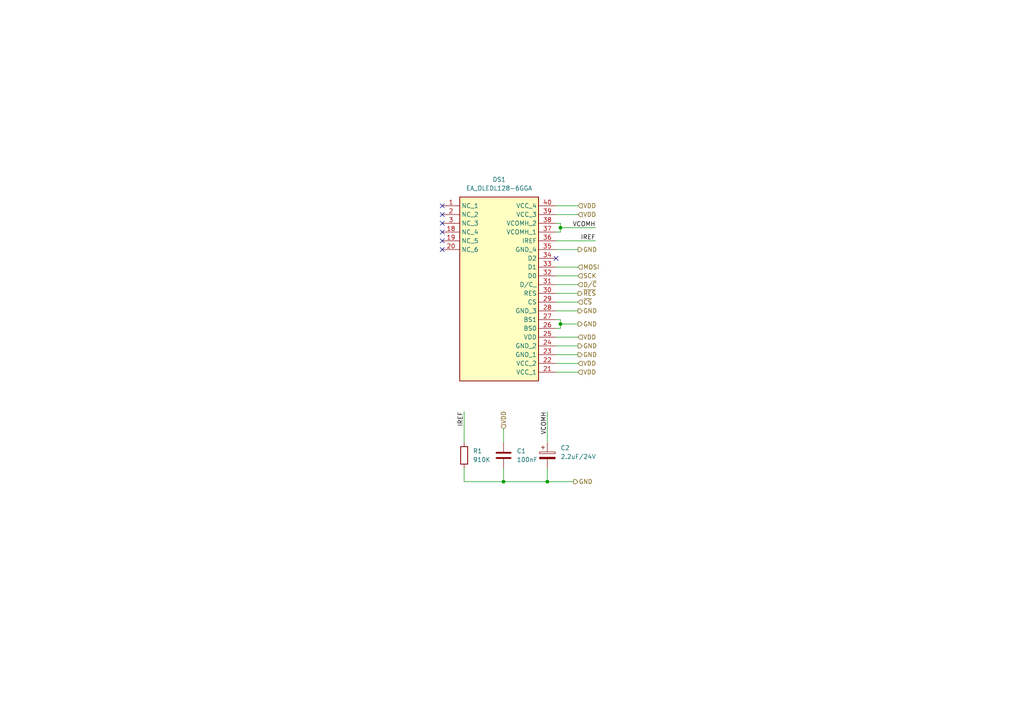
<source format=kicad_sch>
(kicad_sch (version 20250114) (generator "eeschema") (generator_version "9.0")
  (paper "A4")
  (lib_symbols
    (symbol "Device:C" (pin_numbers (hide yes)) (pin_names (offset 0.254))
      (property "Reference" "C" (at 0.635 2.54 0))
      (property "Value" "C" (at 0.635 -2.54 0))
      (symbol "C_0_1"
        (polyline (pts (xy -2.032 0.762) (xy 2.032 0.762)) (stroke (width 0.508)))
        (polyline (pts (xy -2.032 -0.762) (xy 2.032 -0.762)) (stroke (width 0.508)))
      )
      (symbol "C_1_1"
        (pin passive line (at 0 3.81 270) (length 2.794) (name "~") (number "1"))
        (pin passive line (at 0 -3.81 90) (length 2.794) (name "~") (number "2"))
      )
    )
    (symbol "Device:C_Polarized" (pin_numbers (hide yes)) (pin_names (offset 0.254))
      (property "Reference" "C" (at 0.635 2.54 0))
      (property "Value" "C_Polarized" (at 0.635 -2.54 0))
      (symbol "C_Polarized_0_1"
        (rectangle (start -2.286 0.508) (end 2.286 1.016))
        (polyline (pts (xy -1.778 2.286) (xy -0.762 2.286)))
        (polyline (pts (xy -1.27 2.794) (xy -1.27 1.778)))
        (rectangle (start 2.286 -0.508) (end -2.286 -1.016) (fill (type outline)))
      )
      (symbol "C_Polarized_1_1"
        (pin passive line (at 0 3.81 270) (length 2.794) (name "~") (number "1"))
        (pin passive line (at 0 -3.81 90) (length 2.794) (name "~") (number "2"))
      )
    )
    (symbol "Device:R" (pin_numbers (hide yes)) (pin_names (offset 0))
      (property "Reference" "R" (at 2.032 0 90))
      (property "Value" "R" (at 0 0 90))
      (symbol "R_0_1"
        (rectangle (start -1.016 -2.54) (end 1.016 2.54) (stroke (width 0.254)))
      )
      (symbol "R_1_1"
        (pin passive line (at 0 3.81 270) (length 1.27) (name "~") (number "1"))
        (pin passive line (at 0 -3.81 90) (length 1.27) (name "~") (number "2"))
      )
    )
    (symbol "Robotik:EA_OLEDL128-6GGA"
      (property "Reference" "DS" (at 29.21 7.62 0))
      (property "Value" "EA_OLEDL128-6GGA" (at 29.21 5.08 0))
      (symbol "EA_OLEDL128-6GGA_1_1"
        (rectangle (start 5.08 2.54) (end 27.94 -50.8) (stroke (width 0.254)) (fill (type background)))
        (pin passive line (at 0 0 0) (length 5.08) (name "NC_1") (number "1"))
        (pin passive line (at 0 -2.54 0) (length 5.08) (name "NC_2") (number "2"))
        (pin passive line (at 0 -5.08 0) (length 5.08) (name "NC_3") (number "3"))
        (pin passive line (at 0 -7.62 0) (length 5.08) (name "NC_4") (number "18"))
        (pin passive line (at 0 -10.16 0) (length 5.08) (name "NC_5") (number "19"))
        (pin passive line (at 0 -12.7 0) (length 5.08) (name "NC_6") (number "20"))
        (pin passive line (at 33.02 0 180) (length 5.08) (name "VCC_4") (number "40"))
        (pin passive line (at 33.02 -2.54 180) (length 5.08) (name "VCC_3") (number "39"))
        (pin passive line (at 33.02 -5.08 180) (length 5.08) (name "VCOMH_2") (number "38"))
        (pin passive line (at 33.02 -7.62 180) (length 5.08) (name "VCOMH_1") (number "37"))
        (pin passive line (at 33.02 -10.16 180) (length 5.08) (name "IREF") (number "36"))
        (pin passive line (at 33.02 -12.7 180) (length 5.08) (name "GND_4") (number "35"))
        (pin passive line (at 33.02 -15.24 180) (length 5.08) (name "D2") (number "34"))
        (pin passive line (at 33.02 -17.78 180) (length 5.08) (name "D1") (number "33"))
        (pin passive line (at 33.02 -20.32 180) (length 5.08) (name "D0") (number "32"))
        (pin passive line (at 33.02 -22.86 180) (length 5.08) (name "D/C_") (number "31"))
        (pin passive line (at 33.02 -25.4 180) (length 5.08) (name "RES") (number "30"))
        (pin passive line (at 33.02 -27.94 180) (length 5.08) (name "CS") (number "29"))
        (pin passive line (at 33.02 -30.48 180) (length 5.08) (name "GND_3") (number "28"))
        (pin passive line (at 33.02 -33.02 180) (length 5.08) (name "BS1") (number "27"))
        (pin passive line (at 33.02 -35.56 180) (length 5.08) (name "BS0") (number "26"))
        (pin passive line (at 33.02 -38.1 180) (length 5.08) (name "VDD") (number "25"))
        (pin passive line (at 33.02 -40.64 180) (length 5.08) (name "GND_2") (number "24"))
        (pin passive line (at 33.02 -43.18 180) (length 5.08) (name "GND_1") (number "23"))
        (pin passive line (at 33.02 -45.72 180) (length 5.08) (name "VCC_2") (number "22"))
        (pin passive line (at 33.02 -48.26 180) (length 5.08) (name "VCC_1") (number "21"))
      )
    )
  )
  (junction (at 146.05 139.7))
  (junction (at 162.56 93.98))
  (junction (at 162.56 66.04))
  (junction (at 158.75 139.7))
  (no_connect (at 161.29 74.93))
  (no_connect (at 128.27 72.39))
  (no_connect (at 128.27 69.85))
  (no_connect (at 128.27 64.77))
  (no_connect (at 128.27 59.69))
  (no_connect (at 128.27 62.23))
  (no_connect (at 128.27 67.31))
  (wire (pts (xy 161.29 59.69) (xy 167.64 59.69)))
  (wire (pts (xy 162.56 67.31) (xy 161.29 67.31)))
  (wire (pts (xy 161.29 107.95) (xy 167.64 107.95)))
  (wire (pts (xy 158.75 139.7) (xy 166.37 139.7)))
  (wire (pts (xy 161.29 82.55) (xy 167.64 82.55)))
  (wire (pts (xy 161.29 87.63) (xy 167.64 87.63)))
  (wire (pts (xy 162.56 95.25) (xy 162.56 93.98)))
  (wire (pts (xy 146.05 139.7) (xy 158.75 139.7)))
  (wire (pts (xy 134.62 135.89) (xy 134.62 139.7)))
  (wire (pts (xy 161.29 77.47) (xy 167.64 77.47)))
  (wire (pts (xy 161.29 64.77) (xy 162.56 64.77)))
  (wire (pts (xy 158.75 139.7) (xy 158.75 135.89)))
  (wire (pts (xy 162.56 93.98) (xy 167.64 93.98)))
  (wire (pts (xy 161.29 62.23) (xy 167.64 62.23)))
  (wire (pts (xy 146.05 135.89) (xy 146.05 139.7)))
  (wire (pts (xy 161.29 85.09) (xy 167.64 85.09)))
  (wire (pts (xy 161.29 102.87) (xy 167.64 102.87)))
  (wire (pts (xy 162.56 66.04) (xy 172.72 66.04)))
  (wire (pts (xy 146.05 124.46) (xy 146.05 128.27)))
  (wire (pts (xy 161.29 105.41) (xy 167.64 105.41)))
  (wire (pts (xy 134.62 139.7) (xy 146.05 139.7)))
  (wire (pts (xy 162.56 64.77) (xy 162.56 66.04)))
  (wire (pts (xy 161.29 100.33) (xy 167.64 100.33)))
  (wire (pts (xy 161.29 95.25) (xy 162.56 95.25)))
  (wire (pts (xy 161.29 97.79) (xy 167.64 97.79)))
  (wire (pts (xy 161.29 90.17) (xy 167.64 90.17)))
  (wire (pts (xy 162.56 66.04) (xy 162.56 67.31)))
  (wire (pts (xy 161.29 80.01) (xy 167.64 80.01)))
  (wire (pts (xy 161.29 72.39) (xy 167.64 72.39)))
  (wire (pts (xy 158.75 119.38) (xy 158.75 128.27)))
  (wire (pts (xy 162.56 92.71) (xy 162.56 93.98)))
  (wire (pts (xy 134.62 128.27) (xy 134.62 119.38)))
  (wire (pts (xy 161.29 92.71) (xy 162.56 92.71)))
  (wire (pts (xy 161.29 69.85) (xy 172.72 69.85)))
  (label "VCOMH" (at 172.72 66.04 180))
  (label "IREF" (at 134.62 119.38 270))
  (label "VCOMH" (at 158.75 119.38 270))
  (label "IREF" (at 172.72 69.85 180))
  (hierarchical_label "VDD" (shape input) (at 167.64 59.69 0))
  (hierarchical_label "GND" (shape output) (at 166.37 139.7 0))
  (hierarchical_label "GND" (shape output) (at 167.64 93.98 0))
  (hierarchical_label "VDD" (shape input) (at 146.05 124.46 90))
  (hierarchical_label "VDD" (shape input) (at 167.64 97.79 0))
  (hierarchical_label "GND" (shape output) (at 167.64 100.33 0))
  (hierarchical_label "SCK" (shape input) (at 167.64 80.01 0))
  (hierarchical_label "MOSI" (shape input) (at 167.64 77.47 0))
  (hierarchical_label "~{RES}" (shape output) (at 167.64 85.09 0))
  (hierarchical_label "VDD" (shape input) (at 167.64 62.23 0))
  (hierarchical_label "~{CS}" (shape input) (at 167.64 87.63 0))
  (hierarchical_label "VDD" (shape input) (at 167.64 107.95 0))
  (hierarchical_label "GND" (shape output) (at 167.64 72.39 0))
  (hierarchical_label "VDD" (shape input) (at 167.64 105.41 0))
  (hierarchical_label "D{slash}~{C}" (shape input) (at 167.64 82.55 0))
  (hierarchical_label "GND" (shape output) (at 167.64 90.17 0))
  (hierarchical_label "GND" (shape output) (at 167.64 102.87 0))
  (symbol (lib_id "Device:C_Polarized") (at 158.75 132.08 0) (unit 1)
    (property "Reference" "C2" (at 162.56 129.9209 0) (effects (justify left)))
    (property "Value" "2.2uF/24V" (at 162.56 132.4609 0) (effects (justify left)))
    (property "Description" "Polarized capacitor" (effects (hide yes)))
  )
  (symbol (lib_id "Robotik:EA_OLEDL128-6GGA") (at 128.27 59.69 0) (unit 1)
    (property "Reference" "DS1" (at 144.78 52.07 0))
    (property "Value" "EA_OLEDL128-6GGA" (at 144.78 54.61 0))
    (property "Footprint" "Robotik:EA OLEDL128-6GGA" (effects (hide yes)))
    (property "Datasheet" "https://www.lcd-module.com/fileadmin/eng/pdf/grafik/oledl128-6e.pdf" (effects (hide yes)))
    (property "Description" "OLED Display Yel. 37x65mm 128x64 I2C/SPI" (effects (hide yes)))
    (property "Height" "3.6" (effects (hide yes)))
    (property "Mouser Part Number" "790-EAOLEDL1286GGA" (effects (hide yes)))
    (property "Mouser Price/Stock" "https://www.mouser.co.uk/ProductDetail/Display-Visions/EA-OLEDL128-6GGA?qs=w%2Fv1CP2dgqqJcjVTRWwtCQ%3D%3D" (effects (hide yes)))
    (property "Manufacturer_Name" "Display Visions" (effects (hide yes)))
    (property "Manufacturer_Part_Number" "EA OLEDL128-6GGA" (effects (hide yes)))
  )
  (symbol (lib_id "Device:C") (at 146.05 132.08 0) (unit 1)
    (property "Reference" "C1" (at 149.86 130.8099 0) (effects (justify left)))
    (property "Value" "100nF" (at 149.86 133.3499 0) (effects (justify left)))
    (property "Description" "Unpolarized capacitor" (effects (hide yes)))
  )
  (symbol (lib_id "Device:R") (at 134.62 132.08 0) (unit 1)
    (property "Reference" "R1" (at 137.16 130.8099 0) (effects (justify left)))
    (property "Value" "910K" (at 137.16 133.3499 0) (effects (justify left)))
    (property "Footprint" "Resistor_SMD:R_1206_3216Metric_Pad1.30x1.75mm_HandSolder" (effects (hide yes)))
    (property "Description" "Resistor" (effects (hide yes)))
  )
)
</source>
